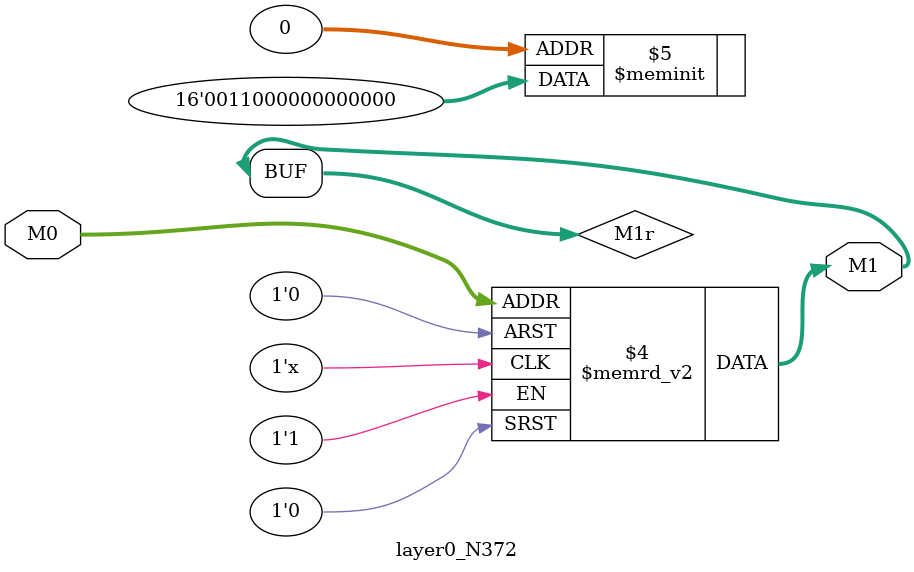
<source format=v>
module layer0_N372 ( input [2:0] M0, output [1:0] M1 );

	(*rom_style = "distributed" *) reg [1:0] M1r;
	assign M1 = M1r;
	always @ (M0) begin
		case (M0)
			3'b000: M1r = 2'b00;
			3'b100: M1r = 2'b00;
			3'b010: M1r = 2'b00;
			3'b110: M1r = 2'b11;
			3'b001: M1r = 2'b00;
			3'b101: M1r = 2'b00;
			3'b011: M1r = 2'b00;
			3'b111: M1r = 2'b00;

		endcase
	end
endmodule

</source>
